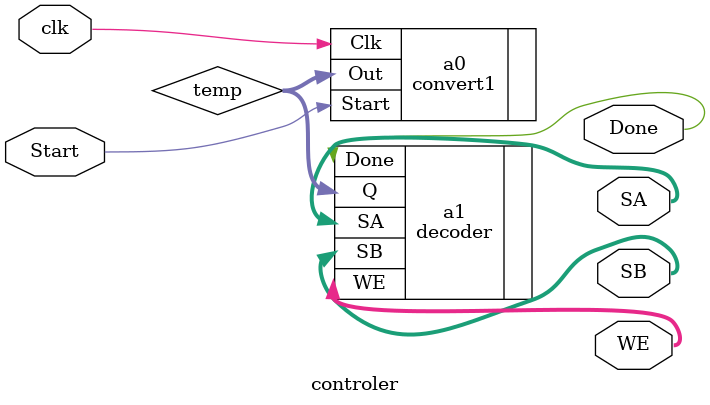
<source format=sv>
module controler(Start,clk,SA,SB,Done,WE);
input Start,clk;
output reg[1:0]SA;
output reg[2:0]SB,WE;
output reg Done;
wire [2:0]temp;



convert1 a0(.Start(Start),.Clk(clk),.Out(temp));
decoder a1(.Q(temp),.SA(SA),.SB(SB),.Done(Done),.WE(WE));



endmodule

</source>
